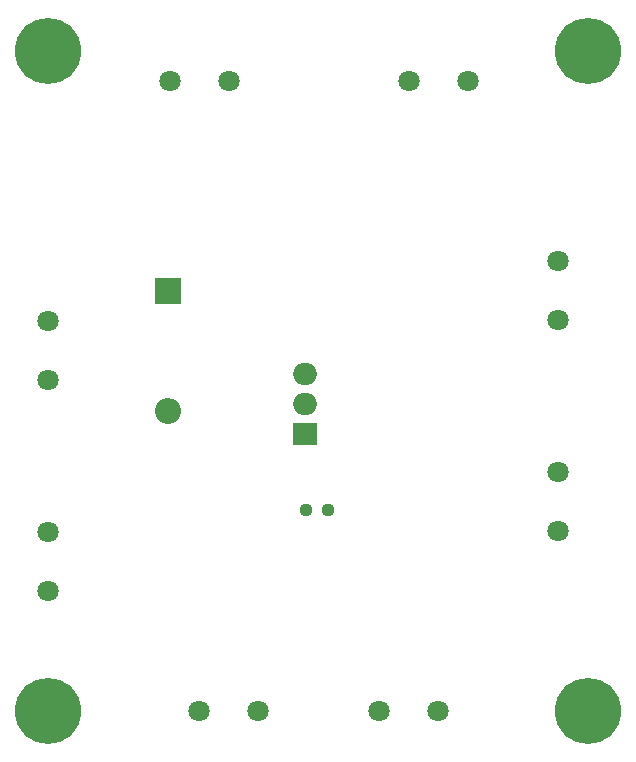
<source format=gbr>
%TF.GenerationSoftware,KiCad,Pcbnew,7.0.9*%
%TF.CreationDate,2024-06-07T12:35:00-04:00*%
%TF.ProjectId,PCBAdas,50434241-6461-4732-9e6b-696361645f70,rev?*%
%TF.SameCoordinates,Original*%
%TF.FileFunction,Soldermask,Top*%
%TF.FilePolarity,Negative*%
%FSLAX46Y46*%
G04 Gerber Fmt 4.6, Leading zero omitted, Abs format (unit mm)*
G04 Created by KiCad (PCBNEW 7.0.9) date 2024-06-07 12:35:00*
%MOMM*%
%LPD*%
G01*
G04 APERTURE LIST*
G04 Aperture macros list*
%AMRoundRect*
0 Rectangle with rounded corners*
0 $1 Rounding radius*
0 $2 $3 $4 $5 $6 $7 $8 $9 X,Y pos of 4 corners*
0 Add a 4 corners polygon primitive as box body*
4,1,4,$2,$3,$4,$5,$6,$7,$8,$9,$2,$3,0*
0 Add four circle primitives for the rounded corners*
1,1,$1+$1,$2,$3*
1,1,$1+$1,$4,$5*
1,1,$1+$1,$6,$7*
1,1,$1+$1,$8,$9*
0 Add four rect primitives between the rounded corners*
20,1,$1+$1,$2,$3,$4,$5,0*
20,1,$1+$1,$4,$5,$6,$7,0*
20,1,$1+$1,$6,$7,$8,$9,0*
20,1,$1+$1,$8,$9,$2,$3,0*%
G04 Aperture macros list end*
%ADD10C,1.803400*%
%ADD11C,5.600000*%
%ADD12R,2.000000X1.905000*%
%ADD13O,2.000000X1.905000*%
%ADD14RoundRect,0.237500X-0.250000X-0.237500X0.250000X-0.237500X0.250000X0.237500X-0.250000X0.237500X0*%
%ADD15R,2.200000X2.200000*%
%ADD16O,2.200000X2.200000*%
G04 APERTURE END LIST*
D10*
%TO.C,J7*%
X157560000Y-73660000D03*
X152560000Y-73660000D03*
%TD*%
D11*
%TO.C,H3*%
X142240000Y-71120000D03*
%TD*%
%TO.C,H1*%
X142240000Y-127000000D03*
%TD*%
D12*
%TO.C,Q1*%
X163945000Y-103540000D03*
D13*
X163945000Y-101000000D03*
X163945000Y-98460000D03*
%TD*%
D10*
%TO.C,J4*%
X185420000Y-93900000D03*
X185420000Y-88900000D03*
%TD*%
D14*
%TO.C,R1*%
X164087500Y-110000000D03*
X165912500Y-110000000D03*
%TD*%
D10*
%TO.C,J2*%
X142240000Y-93980000D03*
X142240000Y-98980000D03*
%TD*%
%TO.C,J1*%
X142240000Y-111840000D03*
X142240000Y-116840000D03*
%TD*%
D11*
%TO.C,H4*%
X187960000Y-71120000D03*
%TD*%
%TO.C,H2*%
X187960000Y-127000000D03*
%TD*%
D10*
%TO.C,J5*%
X170260000Y-127000000D03*
X175260000Y-127000000D03*
%TD*%
%TO.C,J6*%
X155020000Y-127000000D03*
X160020000Y-127000000D03*
%TD*%
%TO.C,J3*%
X185420000Y-111760000D03*
X185420000Y-106760000D03*
%TD*%
%TO.C,J8*%
X177800000Y-73660000D03*
X172800000Y-73660000D03*
%TD*%
D15*
%TO.C,D1*%
X152400000Y-91440000D03*
D16*
X152400000Y-101600000D03*
%TD*%
M02*

</source>
